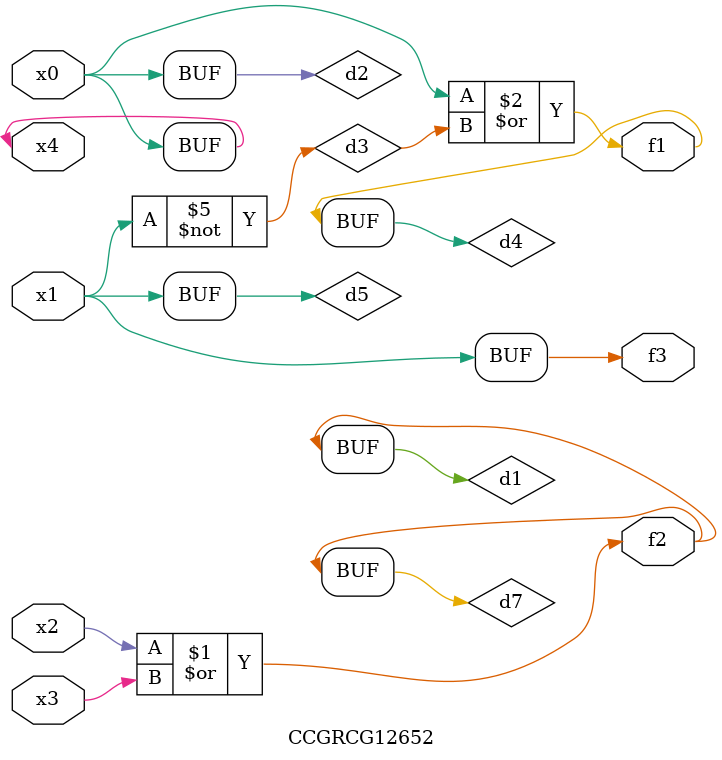
<source format=v>
module CCGRCG12652(
	input x0, x1, x2, x3, x4,
	output f1, f2, f3
);

	wire d1, d2, d3, d4, d5, d6, d7;

	or (d1, x2, x3);
	buf (d2, x0, x4);
	not (d3, x1);
	or (d4, d2, d3);
	not (d5, d3);
	nand (d6, d1, d3);
	or (d7, d1);
	assign f1 = d4;
	assign f2 = d7;
	assign f3 = d5;
endmodule

</source>
